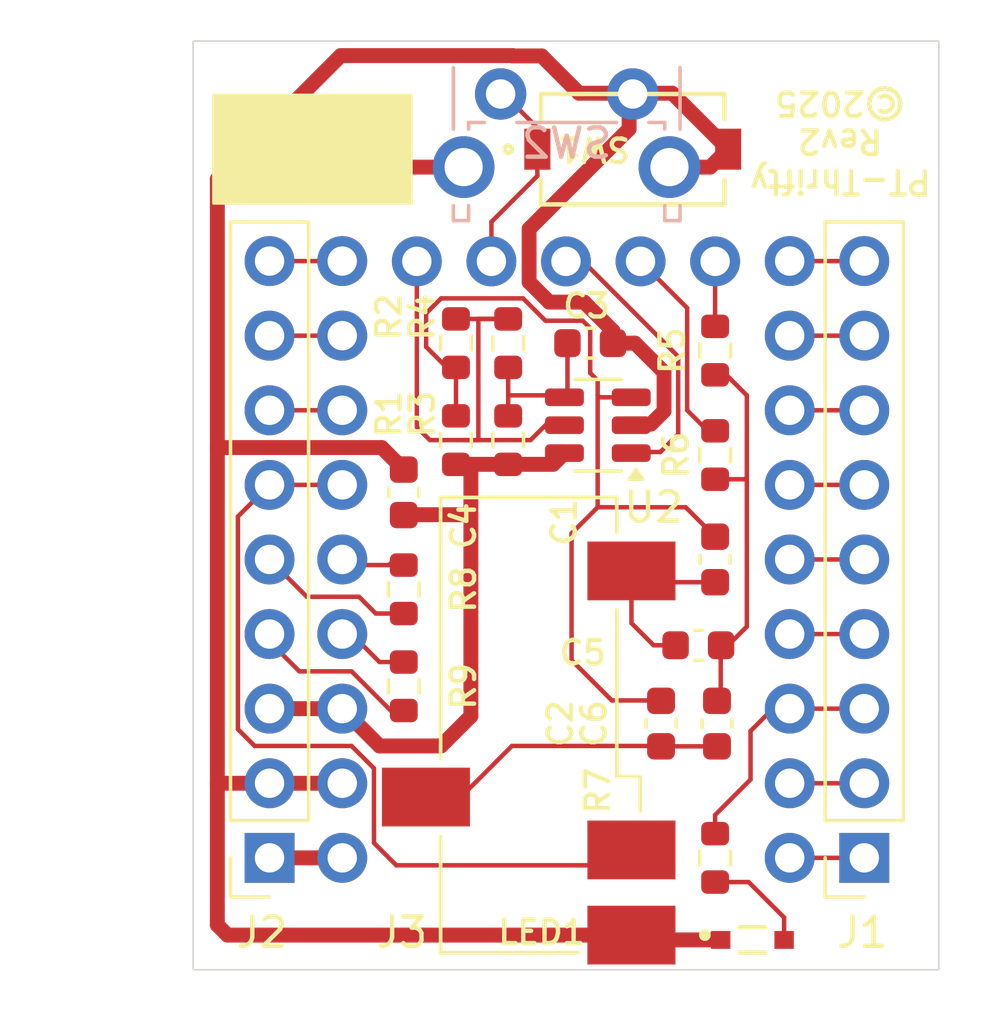
<source format=kicad_pcb>
(kicad_pcb (version 20240108) (generator "pcbnew") (generator_version "8.0")
  (layers (0 "F.Cu" signal) (31 "B.Cu" signal) (34 "B.Paste" user) (35 "F.Paste" user) (36 "B.SilkS" user "B.Silkscreen") (37 "F.SilkS" user "F.Silkscreen") (38 "B.Mask" user) (39 "F.Mask" user) (44 "Edge.Cuts" user))
  (net 0 "")
  (net 1 "GND")
  (net 2 "Net-(J1-Pin_9)")
  (net 3 "Net-(J1-Pin_8)")
  (net 4 "Net-(J1-Pin_6)")
  (net 5 "Net-(J1-Pin_5)")
  (net 6 "Net-(J1-Pin_2)")
  (net 7 "Net-(J1-Pin_4)")
  (net 8 "Net-(J1-Pin_7)")
  (net 9 "+3.3V")
  (net 10 "/VBUS")
  (net 11 "Net-(LED1-Pad2)")
  (net 12 "/IN")
  (net 13 "/VREF")
  (net 14 "/AMP_CS")
  (net 15 "/LTC_TX")
  (net 16 "/nLTC_TX")
  (net 17 "/LTX_RX")
  (net 18 "/DETECT")
  (net 19 "/BLINK")
  (net 20 "Net-(J1-Pin_1)")
  (net 21 "/KEYA")
  (net 22 "Net-(U1-GPIO28)")
  (net 23 "/IN_OUT_L")
  (net 24 "/IN_OUT_R")
  (net 25 "Net-(J2-Pin_5)")
  (net 26 "Net-(C5-Pad2)")
  (net 27 "Net-(J2-Pin_8)")
  (net 28 "Net-(J2-Pin_7)")
  (net 29 "Net-(J2-Pin_4)")
  (net 30 "Net-(U1-GPIO29)")
  (net 31 "Net-(J2-Pin_9)")
  (footprint "Connector_PinSocket_2.54mm:PinSocket_1x09_P2.54mm_Vertical" (layer "F.Cu") (at 150.0505 96.52 180)
    (property "Reference" "J1" (at 0.0635 -2.54 0) (layer "F.SilkS"))
    (property "Value" "Conn_01x09")
    (fp_line (start 1.33 1.27) (end 1.33 21.65) (stroke (width 0.12)) (layer "F.SilkS"))
    (fp_line (start 1.33 -1.33) (end 1.33 0) (stroke (width 0.12)) (layer "F.SilkS"))
    (fp_line (start 0 -1.33) (end 1.33 -1.33) (stroke (width 0.12)) (layer "F.SilkS"))
    (fp_line (start -1.33 21.65) (end 1.33 21.65) (stroke (width 0.12)) (layer "F.SilkS"))
    (fp_line (start -1.33 1.27) (end 1.33 1.27) (stroke (width 0.12)) (layer "F.SilkS"))
    (fp_line (start -1.33 1.27) (end -1.33 21.65) (stroke (width 0.12)) (layer "F.SilkS"))
    (pad "1" thru_hole rect (at 0 0 180) (size 1.7 1.7) (drill 1) (layers "*.Cu" "*.Mask") (net 20 "Net-(J1-Pin_1)"))
    (pad "2" thru_hole oval (at 0 2.54 180) (size 1.7 1.7) (drill 1) (layers "*.Cu" "*.Mask") (net 6 "Net-(J1-Pin_2)"))
    (pad "3" thru_hole oval (at 0 5.08 180) (size 1.7 1.7) (drill 1) (layers "*.Cu" "*.Mask") (net 19 "/BLINK"))
    (pad "4" thru_hole oval (at 0 7.62 180) (size 1.7 1.7) (drill 1) (layers "*.Cu" "*.Mask") (net 7 "Net-(J1-Pin_4)"))
    (pad "5" thru_hole oval (at 0 10.16 180) (size 1.7 1.7) (drill 1) (layers "*.Cu" "*.Mask") (net 5 "Net-(J1-Pin_5)"))
    (pad "6" thru_hole oval (at 0 12.7 180) (size 1.7 1.7) (drill 1) (layers "*.Cu" "*.Mask") (net 4 "Net-(J1-Pin_6)"))
    (pad "7" thru_hole oval (at 0 15.24 180) (size 1.7 1.7) (drill 1) (layers "*.Cu" "*.Mask") (net 8 "Net-(J1-Pin_7)"))
    (pad "8" thru_hole oval (at 0 17.78 180) (size 1.7 1.7) (drill 1) (layers "*.Cu" "*.Mask") (net 3 "Net-(J1-Pin_8)"))
    (pad "9" thru_hole oval (at 0 20.32 180) (size 1.7 1.7) (drill 1) (layers "*.Cu" "*.Mask") (net 2 "Net-(J1-Pin_9)"))
  )
  (footprint "Capacitor_SMD:C_0603_1608Metric" (layer "F.Cu") (at 145.034 91.948 90)
    (property "Reference" "C6" (at 0 -4.191 90) (layer "F.SilkS") (effects (font (size 0.8 0.8) (thickness 0.15) (bold yes))))
    (property "Value" "100nF")
    (fp_line (start -0.14058 -0.51) (end 0.14058 -0.51) (stroke (width 0.12)) (layer "F.SilkS"))
    (fp_line (start -0.14058 0.51) (end 0.14058 0.51) (stroke (width 0.12)) (layer "F.SilkS"))
    (pad "1" smd roundrect (at -0.775 0 90) (size 0.9 0.95) (layers "F.Cu" "F.Paste" "F.Mask") (net 24 "/IN_OUT_R"))
    (pad "2" smd roundrect (at 0.775 0 90) (size 0.9 0.95) (layers "F.Cu" "F.Paste" "F.Mask") (net 26 "Net-(C5-Pad2)"))
  )
  (footprint "Resistor_SMD:R_0603_1608Metric" (layer "F.Cu") (at 134.366 87.376 -90)
    (property "Reference" "R8" (at 0 -2.032 90) (layer "F.SilkS") (effects (font (size 0.8 0.8) (thickness 0.15) (bold yes))))
    (property "Value" "22R")
    (fp_line (start -0.237258 0.5225) (end 0.237258 0.5225) (stroke (width 0.12)) (layer "F.SilkS"))
    (fp_line (start -0.237258 -0.5225) (end 0.237258 -0.5225) (stroke (width 0.12)) (layer "F.SilkS"))
    (pad "1" smd roundrect (at -0.825 0 270) (size 0.8 0.95) (layers "F.Cu" "F.Paste" "F.Mask") (net 22 "Net-(U1-GPIO28)"))
    (pad "2" smd roundrect (at 0.825 0 270) (size 0.8 0.95) (layers "F.Cu" "F.Paste" "F.Mask") (net 25 "Net-(J2-Pin_5)"))
  )
  (footprint "Capacitor_SMD:C_0603_1608Metric" (layer "F.Cu") (at 134.366 84.074 90)
    (property "Reference" "C4" (at -1.143 2.032 90) (layer "F.SilkS") (effects (font (size 0.8 0.8) (thickness 0.15) (bold yes))))
    (property "Value" "100nF")
    (fp_line (start -0.14058 -0.51) (end 0.14058 -0.51) (stroke (width 0.12)) (layer "F.SilkS"))
    (fp_line (start -0.14058 0.51) (end 0.14058 0.51) (stroke (width 0.12)) (layer "F.SilkS"))
    (pad "1" smd roundrect (at -0.775 0 90) (size 0.9 0.95) (layers "F.Cu" "F.Paste" "F.Mask") (net 9 "+3.3V"))
    (pad "2" smd roundrect (at 0.775 0 90) (size 0.9 0.95) (layers "F.Cu" "F.Paste" "F.Mask") (net 1 "GND"))
  )
  (footprint "Resistor_SMD:R_0603_1608Metric" (layer "F.Cu") (at 136.144 82.296 90)
    (property "Reference" "R1" (at 0.889 -2.286 90) (layer "F.SilkS") (effects (font (size 0.8 0.8) (thickness 0.15) (bold yes))))
    (property "Value" "10K")
    (fp_line (start -0.237258 -0.5225) (end 0.237258 -0.5225) (stroke (width 0.12)) (layer "F.SilkS"))
    (fp_line (start -0.237258 0.5225) (end 0.237258 0.5225) (stroke (width 0.12)) (layer "F.SilkS"))
    (pad "1" smd roundrect (at -0.825 0 90) (size 0.8 0.95) (layers "F.Cu" "F.Paste" "F.Mask") (net 9 "+3.3V"))
    (pad "2" smd roundrect (at 0.825 0 90) (size 0.8 0.95) (layers "F.Cu" "F.Paste" "F.Mask") (net 12 "/IN"))
  )
  (footprint "Connector_PinSocket_2.54mm:PinSocket_1x09_P2.54mm_Vertical" (layer "F.Cu") (at 129.794 96.52 180)
    (property "Reference" "J2" (at 0.254 -2.54 0) (layer "F.SilkS"))
    (property "Value" "Conn_01x09")
    (fp_line (start 1.33 1.27) (end 1.33 21.65) (stroke (width 0.12)) (layer "F.SilkS"))
    (fp_line (start 1.33 -1.33) (end 1.33 0) (stroke (width 0.12)) (layer "F.SilkS"))
    (fp_line (start 0 -1.33) (end 1.33 -1.33) (stroke (width 0.12)) (layer "F.SilkS"))
    (fp_line (start -1.33 21.65) (end 1.33 21.65) (stroke (width 0.12)) (layer "F.SilkS"))
    (fp_line (start -1.33 1.27) (end 1.33 1.27) (stroke (width 0.12)) (layer "F.SilkS"))
    (fp_line (start -1.33 1.27) (end -1.33 21.65) (stroke (width 0.12)) (layer "F.SilkS"))
    (pad "1" thru_hole rect (at 0 0 180) (size 1.7 1.7) (drill 1) (layers "*.Cu" "*.Mask") (net 10 "/VBUS"))
    (pad "2" thru_hole oval (at 0 2.54 180) (size 1.7 1.7) (drill 1) (layers "*.Cu" "*.Mask") (net 1 "GND"))
    (pad "3" thru_hole oval (at 0 5.08 180) (size 1.7 1.7) (drill 1) (layers "*.Cu" "*.Mask") (net 9 "+3.3V"))
    (pad "4" thru_hole oval (at 0 7.62 180) (size 1.7 1.7) (drill 1) (layers "*.Cu" "*.Mask") (net 29 "Net-(J2-Pin_4)"))
    (pad "5" thru_hole oval (at 0 10.16 180) (size 1.7 1.7) (drill 1) (layers "*.Cu" "*.Mask") (net 25 "Net-(J2-Pin_5)"))
    (pad "6" thru_hole oval (at 0 12.7 180) (size 1.7 1.7) (drill 1) (layers "*.Cu" "*.Mask") (net 18 "/DETECT"))
    (pad "7" thru_hole oval (at 0 15.24 180) (size 1.7 1.7) (drill 1) (layers "*.Cu" "*.Mask") (net 28 "Net-(J2-Pin_7)"))
    (pad "8" thru_hole oval (at 0 17.78 180) (size 1.7 1.7) (drill 1) (layers "*.Cu" "*.Mask") (net 27 "Net-(J2-Pin_8)"))
    (pad "9" thru_hole oval (at 0 20.32 180) (size 1.7 1.7) (drill 1) (layers "*.Cu" "*.Mask") (net 31 "Net-(J2-Pin_9)"))
  )
  (footprint "Capacitor_SMD:C_0603_1608Metric" (layer "F.Cu") (at 144.399 89.281)
    (property "Reference" "C5" (at -3.937 0.254 0) (layer "F.SilkS") (effects (font (size 0.8 0.8) (thickness 0.15) (bold yes))))
    (property "Value" "100nF")
    (fp_line (start -0.14058 -0.51) (end 0.14058 -0.51) (stroke (width 0.12)) (layer "F.SilkS"))
    (fp_line (start -0.14058 0.51) (end 0.14058 0.51) (stroke (width 0.12)) (layer "F.SilkS"))
    (pad "1" smd roundrect (at -0.775 0) (size 0.9 0.95) (layers "F.Cu" "F.Paste" "F.Mask") (net 23 "/IN_OUT_L"))
    (pad "2" smd roundrect (at 0.775 0) (size 0.9 0.95) (layers "F.Cu" "F.Paste" "F.Mask") (net 26 "Net-(C5-Pad2)"))
  )
  (footprint "Capacitor_SMD:C_0603_1608Metric" (layer "F.Cu") (at 144.9705 86.36 90)
    (property "Reference" "C1" (at 1.27 -5.1435 -90) (layer "F.SilkS") (effects (font (size 0.8 0.8) (thickness 0.15) (bold yes))))
    (property "Value" "100nF")
    (fp_line (start -0.14058 -0.51) (end 0.14058 -0.51) (stroke (width 0.12)) (layer "F.SilkS"))
    (fp_line (start -0.14058 0.51) (end 0.14058 0.51) (stroke (width 0.12)) (layer "F.SilkS"))
    (pad "1" smd roundrect (at -0.775 0 90) (size 0.9 0.95) (layers "F.Cu" "F.Paste" "F.Mask") (net 23 "/IN_OUT_L"))
    (pad "2" smd roundrect (at 0.775 0 90) (size 0.9 0.95) (layers "F.Cu" "F.Paste" "F.Mask") (net 12 "/IN"))
  )
  (footprint "PicoTimecode_PCB_Rev2:CUI_SJ-43514-SMT-TR" (layer "F.Cu") (at 142.1205 99.15 90)
    (property "Reference" "J3" (at 0.09 -7.818 180) (layer "F.SilkS"))
    (property "Value" "SJ-43514-SMT-TR")
    (fp_line (start 14.9 -6.5) (end 6.02 -6.5) (stroke (width 0.127)) (layer "F.SilkS"))
    (fp_line (start 3.35 -6.5) (end -0.6 -6.5) (stroke (width 0.127)) (layer "F.SilkS"))
    (fp_line (start -0.6 -6.5) (end -0.6 -1.82) (stroke (width 0.127)) (layer "F.SilkS"))
    (fp_line (start 14.9 -0.5) (end 14.9 -6.5) (stroke (width 0.127)) (layer "F.SilkS"))
    (fp_line (start 13.72 -0.5) (end 14.9 -0.5) (stroke (width 0.127)) (layer "F.SilkS"))
    (fp_line (start 5.4 -0.5) (end 11.08 -0.5) (stroke (width 0.127)) (layer "F.SilkS"))
    (fp_line (start 5.4 0.3) (end 5.4 -0.5) (stroke (width 0.127)) (layer "F.SilkS"))
    (fp_line (start 4.22 0.3) (end 5.4 0.3) (stroke (width 0.127)) (layer "F.SilkS"))
    (fp_circle (center 0 2.5) (end 0.1 2.5) (stroke (width 0.2)) (fill none) (layer "F.SilkS"))
    (pad "" np_thru_hole circle (at 3.9 -3.5 90) (size 1.9 1.9) (drill 1.9) (layers "*.Cu" "*.Mask"))
    (pad "" np_thru_hole circle (at 10.9 -3.5 90) (size 1.9 1.9) (drill 1.9) (layers "*.Cu" "*.Mask"))
    (pad "1" smd rect (at 0 0 90) (size 2 3) (layers "F.Cu" "F.Paste" "F.Mask") (net 1 "GND"))
    (pad "2" smd rect (at 12.4 0 90) (size 2 3) (layers "F.Cu" "F.Paste" "F.Mask") (net 23 "/IN_OUT_L"))
    (pad "3" smd rect (at 4.7 -7 90) (size 2 3) (layers "F.Cu" "F.Paste" "F.Mask") (net 24 "/IN_OUT_R"))
    (pad "4" smd rect (at 2.9 0 90) (size 2 3) (layers "F.Cu" "F.Paste" "F.Mask") (net 18 "/DETECT"))
  )
  (footprint "footprints:LED_LTST-S220GKT_LTO" (layer "F.Cu") (at 146.2405 99.314)
    (property "Reference" "LED1" (at -7.1755 -0.254 0) (layer "F.SilkS") (effects (font (size 0.8 0.8) (thickness 0.15) (bold yes))))
    (property "Value" "LTST-S220GKT")
    (fp_line (start -0.44175 0.4318) (end 0.44175 0.4318) (stroke (width 0.1524)) (layer "F.SilkS"))
    (fp_line (start 0.44175 -0.4318) (end -0.44175 -0.4318) (stroke (width 0.1524)) (layer "F.SilkS"))
    (pad "1" smd rect (at -1.0795 0) (size 0.6604 0.6096) (layers "F.Cu" "F.Paste" "F.Mask") (net 1 "GND"))
    (pad "2" smd rect (at 1.0795 0) (size 0.6604 0.6096) (layers "F.Cu" "F.Paste" "F.Mask") (net 11 "Net-(LED1-Pad2)"))
  )
  (footprint "Capacitor_SMD:C_0603_1608Metric" (layer "F.Cu") (at 143.129 91.948 90)
    (property "Reference" "C2" (at 0 -3.429 90) (layer "F.SilkS") (effects (font (size 0.8 0.8) (thickness 0.15) (bold yes))))
    (property "Value" "100nF")
    (fp_line (start -0.14058 -0.51) (end 0.14058 -0.51) (stroke (width 0.12)) (layer "F.SilkS"))
    (fp_line (start -0.14058 0.51) (end 0.14058 0.51) (stroke (width 0.12)) (layer "F.SilkS"))
    (pad "1" smd roundrect (at -0.775 0 90) (size 0.9 0.95) (layers "F.Cu" "F.Paste" "F.Mask") (net 24 "/IN_OUT_R"))
    (pad "2" smd roundrect (at 0.775 0 90) (size 0.9 0.95) (layers "F.Cu" "F.Paste" "F.Mask") (net 12 "/IN"))
  )
  (footprint "Resistor_SMD:R_0603_1608Metric" (layer "F.Cu") (at 137.922 82.296 90)
    (property "Reference" "R3" (at 0.889 -2.921 90) (layer "F.SilkS") (effects (font (size 0.8 0.8) (thickness 0.15) (bold yes))))
    (property "Value" "10K")
    (fp_line (start -0.237258 -0.5225) (end 0.237258 -0.5225) (stroke (width 0.12)) (layer "F.SilkS"))
    (fp_line (start -0.237258 0.5225) (end 0.237258 0.5225) (stroke (width 0.12)) (layer "F.SilkS"))
    (pad "1" smd roundrect (at -0.825 0 90) (size 0.8 0.95) (layers "F.Cu" "F.Paste" "F.Mask") (net 9 "+3.3V"))
    (pad "2" smd roundrect (at 0.825 0 90) (size 0.8 0.95) (layers "F.Cu" "F.Paste" "F.Mask") (net 13 "/VREF"))
  )
  (footprint "Resistor_SMD:R_0603_1608Metric" (layer "F.Cu") (at 144.9705 82.804 -90)
    (property "Reference" "R6" (at 0 1.3335 -90) (layer "F.SilkS") (effects (font (size 0.8 0.8) (thickness 0.15) (bold yes))))
    (property "Value" "2.00K-1%")
    (fp_line (start -0.237258 0.5225) (end 0.237258 0.5225) (stroke (width 0.12)) (layer "F.SilkS"))
    (fp_line (start -0.237258 -0.5225) (end 0.237258 -0.5225) (stroke (width 0.12)) (layer "F.SilkS"))
    (pad "1" smd roundrect (at -0.825 0 270) (size 0.8 0.95) (layers "F.Cu" "F.Paste" "F.Mask") (net 16 "/nLTC_TX"))
    (pad "2" smd roundrect (at 0.825 0 270) (size 0.8 0.95) (layers "F.Cu" "F.Paste" "F.Mask") (net 26 "Net-(C5-Pad2)"))
  )
  (footprint "Resistor_SMD:R_0603_1608Metric" (layer "F.Cu") (at 144.9705 96.52 -90)
    (property "Reference" "R7" (at -2.286 4.0005 90) (layer "F.SilkS") (effects (font (size 0.8 0.8) (thickness 0.15) (bold yes))))
    (property "Value" "330R")
    (fp_line (start -0.237258 0.5225) (end 0.237258 0.5225) (stroke (width 0.12)) (layer "F.SilkS"))
    (fp_line (start -0.237258 -0.5225) (end 0.237258 -0.5225) (stroke (width 0.12)) (layer "F.SilkS"))
    (pad "1" smd roundrect (at -0.825 0 270) (size 0.8 0.95) (layers "F.Cu" "F.Paste" "F.Mask") (net 19 "/BLINK"))
    (pad "2" smd roundrect (at 0.825 0 270) (size 0.8 0.95) (layers "F.Cu" "F.Paste" "F.Mask") (net 11 "Net-(LED1-Pad2)"))
  )
  (footprint "Resistor_SMD:R_0603_1608Metric" (layer "F.Cu") (at 144.9705 79.248 -90)
    (property "Reference" "R5" (at 0 1.4605 90) (layer "F.SilkS") (effects (font (size 0.8 0.8) (thickness 0.15) (bold yes))))
    (property "Value" "2.10K-1%")
    (fp_line (start -0.237258 0.5225) (end 0.237258 0.5225) (stroke (width 0.12)) (layer "F.SilkS"))
    (fp_line (start -0.237258 -0.5225) (end 0.237258 -0.5225) (stroke (width 0.12)) (layer "F.SilkS"))
    (pad "1" smd roundrect (at -0.825 0 270) (size 0.8 0.95) (layers "F.Cu" "F.Paste" "F.Mask") (net 15 "/LTC_TX"))
    (pad "2" smd roundrect (at 0.825 0 270) (size 0.8 0.95) (layers "F.Cu" "F.Paste" "F.Mask") (net 26 "Net-(C5-Pad2)"))
  )
  (footprint "Capacitor_SMD:C_0603_1608Metric" (layer "F.Cu") (at 140.716 78.994)
    (property "Reference" "C3" (at -0.127 -1.27 180) (layer "F.SilkS") (effects (font (size 0.8 0.8) (thickness 0.15) (bold yes))))
    (property "Value" "100nF")
    (fp_line (start -0.14058 -0.51) (end 0.14058 -0.51) (stroke (width 0.12)) (layer "F.SilkS"))
    (fp_line (start -0.14058 0.51) (end 0.14058 0.51) (stroke (width 0.12)) (layer "F.SilkS"))
    (pad "1" smd roundrect (at -0.775 0) (size 0.9 0.95) (layers "F.Cu" "F.Paste" "F.Mask") (net 13 "/VREF"))
    (pad "2" smd roundrect (at 0.775 0) (size 0.9 0.95) (layers "F.Cu" "F.Paste" "F.Mask") (net 1 "GND"))
  )
  (footprint "PicoTimecode_PCB_Rev2:SW_PTS636_CNK" (layer "F.Cu") (at 142.164999 72.39)
    (property "Reference" "SW1" (at -1.321999 0 180) (layer "F.SilkS") (effects (font (size 0.8 0.8))))
    (property "Value" "PTS636 SM50J SMTR LFS")
    (fp_line (start -3.1242 -1.8796) (end -3.1242 -1.03124) (stroke (width 0.1524)) (layer "F.SilkS"))
    (fp_line (start -3.1242 1.03124) (end -3.1242 1.8796) (stroke (width 0.1524)) (layer "F.SilkS"))
    (fp_line (start -3.1242 1.8796) (end 3.1242 1.8796) (stroke (width 0.1524)) (layer "F.SilkS"))
    (fp_line (start 3.1242 -1.8796) (end -3.1242 -1.8796) (stroke (width 0.1524)) (layer "F.SilkS"))
    (fp_line (start 3.1242 -1.03124) (end 3.1242 -1.8796) (stroke (width 0.1524)) (layer "F.SilkS"))
    (fp_line (start 3.1242 1.8796) (end 3.1242 1.03124) (stroke (width 0.1524)) (layer "F.SilkS"))
    (fp_circle (center -4.2406 0) (end -4.1136 0) (stroke (width 0.1524)) (fill none) (layer "F.SilkS"))
    (pad "1" smd rect (at -3.250001 0) (size 0.889 1.397) (layers "F.Cu" "F.Paste" "F.Mask") (net 21 "/KEYA"))
    (pad "2" smd rect (at 3.250001 0) (size 0.889 1.397) (layers "F.Cu" "F.Paste" "F.Mask") (net 1 "GND"))
  )
  (footprint "Resistor_SMD:R_0603_1608Metric" (layer "F.Cu") (at 136.144 78.994 90)
    (property "Reference" "R2" (at 0.889 -2.286 90) (layer "F.SilkS") (effects (font (size 0.8 0.8) (thickness 0.15) (bold yes))))
    (property "Value" "10K")
    (fp_line (start -0.237258 -0.5225) (end 0.237258 -0.5225) (stroke (width 0.12)) (layer "F.SilkS"))
    (fp_line (start -0.237258 0.5225) (end 0.237258 0.5225) (stroke (width 0.12)) (layer "F.SilkS"))
    (pad "1" smd roundrect (at -0.825 0 90) (size 0.8 0.95) (layers "F.Cu" "F.Paste" "F.Mask") (net 12 "/IN"))
    (pad "2" smd roundrect (at 0.825 0 90) (size 0.8 0.95) (layers "F.Cu" "F.Paste" "F.Mask") (net 14 "/AMP_CS"))
  )
  (footprint "Resistor_SMD:R_0603_1608Metric" (layer "F.Cu") (at 134.366 90.678 -90)
    (property "Reference" "R9" (at 0 -2.032 90) (layer "F.SilkS") (effects (font (size 0.8 0.8) (thickness 0.15) (bold yes))))
    (property "Value" "22R")
    (fp_line (start -0.237258 0.5225) (end 0.237258 0.5225) (stroke (width 0.12)) (layer "F.SilkS"))
    (fp_line (start -0.237258 -0.5225) (end 0.237258 -0.5225) (stroke (width 0.12)) (layer "F.SilkS"))
    (pad "1" smd roundrect (at -0.825 0 270) (size 0.8 0.95) (layers "F.Cu" "F.Paste" "F.Mask") (net 30 "Net-(U1-GPIO29)"))
    (pad "2" smd roundrect (at 0.825 0 270) (size 0.8 0.95) (layers "F.Cu" "F.Paste" "F.Mask") (net 29 "Net-(J2-Pin_4)"))
  )
  (footprint "Resistor_SMD:R_0603_1608Metric" (layer "F.Cu") (at 137.922 78.994 90)
    (property "Reference" "R4" (at 0.889 -2.921 90) (layer "F.SilkS") (effects (font (size 0.8 0.8) (thickness 0.15) (bold yes))))
    (property "Value" "10K")
    (fp_line (start -0.237258 -0.5225) (end 0.237258 -0.5225) (stroke (width 0.12)) (layer "F.SilkS"))
    (fp_line (start -0.237258 0.5225) (end 0.237258 0.5225) (stroke (width 0.12)) (layer "F.SilkS"))
    (pad "1" smd roundrect (at -0.825 0 90) (size 0.8 0.95) (layers "F.Cu" "F.Paste" "F.Mask") (net 13 "/VREF"))
    (pad "2" smd roundrect (at 0.825 0 90) (size 0.8 0.95) (layers "F.Cu" "F.Paste" "F.Mask") (net 14 "/AMP_CS"))
  )
  (footprint "Package_TO_SOT_SMD:SOT-23-6" (layer "F.Cu") (at 140.9755 81.788 180)
    (property "Reference" "U2" (at -1.8995 -2.794 0) (layer "F.SilkS"))
    (property "Value" "MCP6273T-E/CH")
    (fp_line (start 0 1.56) (end 0.8 1.56) (stroke (width 0.12)) (layer "F.SilkS"))
    (fp_line (start 0 1.56) (end -0.8 1.56) (stroke (width 0.12)) (layer "F.SilkS"))
    (fp_line (start 0 -1.56) (end 0.8 -1.56) (stroke (width 0.12)) (layer "F.SilkS"))
    (fp_line (start 0 -1.56) (end -0.8 -1.56) (stroke (width 0.12)) (layer "F.SilkS"))
    (fp_poly (pts (xy -1.3 -1.51) (xy -1.54 -1.84) (xy -1.06 -1.84) (xy -1.3 -1.51)) (stroke (width 0.12)) (fill solid) (layer "F.SilkS"))
    (pad "1" smd roundrect (at -1.1375 -0.95 180) (size 1.325 0.6) (layers "F.Cu" "F.Paste" "F.Mask") (net 17 "/LTX_RX"))
    (pad "2" smd roundrect (at -1.1375 0 180) (size 1.325 0.6) (layers "F.Cu" "F.Paste" "F.Mask") (net 1 "GND"))
    (pad "3" smd roundrect (at -1.1375 0.95 180) (size 1.325 0.6) (layers "F.Cu" "F.Paste" "F.Mask") (net 12 "/IN"))
    (pad "4" smd roundrect (at 1.1375 0.95 180) (size 1.325 0.6) (layers "F.Cu" "F.Paste" "F.Mask") (net 13 "/VREF"))
    (pad "5" smd roundrect (at 1.1375 0 180) (size 1.325 0.6) (layers "F.Cu" "F.Paste" "F.Mask") (net 14 "/AMP_CS"))
    (pad "6" smd roundrect (at 1.1375 -0.95 180) (size 1.325 0.6) (layers "F.Cu" "F.Paste" "F.Mask") (net 9 "+3.3V"))
  )
  (footprint "PicoTimecode_PCB_Rev2:RP2040-Tiny" (layer "B.Cu") (at 130.8905 98.11)
    (property "Reference" "U1" (hide yes))
    (property "Value" "~")
    (pad "1" thru_hole circle (at 16.62 -1.59) (size 1.7 1.7) (drill 1) (layers "*.Cu" "*.Mask") (net 20 "Net-(J1-Pin_1)"))
    (pad "2" thru_hole circle (at 16.62 -4.13) (size 1.7 1.7) (drill 1) (layers "*.Cu" "*.Mask") (net 6 "Net-(J1-Pin_2)"))
    (pad "3" thru_hole circle (at 16.62 -6.67) (size 1.7 1.7) (drill 1) (layers "*.Cu" "*.Mask") (net 19 "/BLINK"))
    (pad "4" thru_hole circle (at 16.62 -9.21) (size 1.7 1.7) (drill 1) (layers "*.Cu" "*.Mask") (net 7 "Net-(J1-Pin_4)"))
    (pad "5" thru_hole circle (at 16.62 -11.75) (size 1.7 1.7) (drill 1) (layers "*.Cu" "*.Mask") (net 5 "Net-(J1-Pin_5)"))
    (pad "6" thru_hole circle (at 16.62 -14.29) (size 1.7 1.7) (drill 1) (layers "*.Cu" "*.Mask") (net 4 "Net-(J1-Pin_6)"))
    (pad "7" thru_hole circle (at 16.62 -16.83) (size 1.7 1.7) (drill 1) (layers "*.Cu" "*.Mask") (net 8 "Net-(J1-Pin_7)"))
    (pad "8" thru_hole circle (at 16.62 -19.37) (size 1.7 1.7) (drill 1) (layers "*.Cu" "*.Mask") (net 3 "Net-(J1-Pin_8)"))
    (pad "9" thru_hole circle (at 16.62 -21.91) (size 1.7 1.7) (drill 1) (layers "*.Cu" "*.Mask") (net 2 "Net-(J1-Pin_9)"))
    (pad "10" thru_hole circle (at 1.38 -21.91) (size 1.7 1.7) (drill 1) (layers "*.Cu" "*.Mask") (net 31 "Net-(J2-Pin_9)"))
    (pad "11" thru_hole circle (at 1.38 -19.37) (size 1.7 1.7) (drill 1) (layers "*.Cu" "*.Mask") (net 27 "Net-(J2-Pin_8)"))
    (pad "12" thru_hole circle (at 1.38 -16.83) (size 1.7 1.7) (drill 1) (layers "*.Cu" "*.Mask") (net 28 "Net-(J2-Pin_7)"))
    (pad "13" thru_hole circle (at 1.38 -14.29) (size 1.7 1.7) (drill 1) (layers "*.Cu" "*.Mask") (net 18 "/DETECT"))
    (pad "14" thru_hole circle (at 1.38 -11.75) (size 1.7 1.7) (drill 1) (layers "*.Cu" "*.Mask") (net 22 "Net-(U1-GPIO28)"))
    (pad "15" thru_hole circle (at 1.38 -9.21) (size 1.7 1.7) (drill 1) (layers "*.Cu" "*.Mask") (net 30 "Net-(U1-GPIO29)"))
    (pad "16" thru_hole circle (at 1.38 -6.67) (size 1.7 1.7) (drill 1) (layers "*.Cu" "*.Mask") (net 9 "+3.3V"))
    (pad "17" thru_hole circle (at 1.38 -4.13) (size 1.7 1.7) (drill 1) (layers "*.Cu" "*.Mask") (net 1 "GND"))
    (pad "18" thru_hole circle (at 1.38 -1.59) (size 1.7 1.7) (drill 1) (layers "*.Cu" "*.Mask") (net 10 "/VBUS"))
    (pad "19" thru_hole circle (at 14.08 -21.9) (size 1.7 1.7) (drill 1) (layers "*.Cu" "*.Mask") (net 15 "/LTC_TX"))
    (pad "20" thru_hole circle (at 11.54 -21.9) (size 1.7 1.7) (drill 1) (layers "*.Cu" "*.Mask") (net 16 "/nLTC_TX"))
    (pad "21" thru_hole circle (at 9 -21.9) (size 1.7 1.7) (drill 1) (layers "*.Cu" "*.Mask") (net 17 "/LTX_RX"))
    (pad "22" thru_hole circle (at 6.46 -21.9) (size 1.7 1.7) (drill 1) (layers "*.Cu" "*.Mask") (net 21 "/KEYA"))
    (pad "23" thru_hole circle (at 3.92 -21.9) (size 1.7 1.7) (drill 1) (layers "*.Cu" "*.Mask") (net 14 "/AMP_CS"))
  )
  (footprint "Button_Switch_THT:SW_Tactile_SPST_Angled_PTS645Vx31-2LFS" (layer "B.Cu") (at 142.164999 70.5104 180)
    (property "Reference" "SW2" (at 2.25 -1.68 0) (layer "B.SilkS") (effects (justify mirror)))
    (property "Value" "SW_Push_Shielded")
    (fp_line (start 6.11 -1.2) (end 6.11 0.9) (stroke (width 0.12)) (layer "B.SilkS"))
    (fp_line (start 6.11 -4.31) (end 6.11 -3.8) (stroke (width 0.12)) (layer "B.SilkS"))
    (fp_line (start 6.11 -4.31) (end 5.59 -4.31) (stroke (width 0.12)) (layer "B.SilkS"))
    (fp_line (start 5.59 -0.97) (end 5.05 -0.97) (stroke (width 0.12)) (layer "B.SilkS"))
    (fp_line (start 5.59 -1.2) (end 5.59 -0.97) (stroke (width 0.12)) (layer "B.SilkS"))
    (fp_line (start 5.59 -4.31) (end 5.59 -3.8) (stroke (width 0.12)) (layer "B.SilkS"))
    (fp_line (start 3.95 -0.97) (end 0.55 -0.97) (stroke (width 0.12)) (layer "B.SilkS"))
    (fp_line (start -0.55 -0.97) (end -1.09 -0.97) (stroke (width 0.12)) (layer "B.SilkS"))
    (fp_line (start -1.09 -1.2) (end -1.09 -0.97) (stroke (width 0.12)) (layer "B.SilkS"))
    (fp_line (start -1.09 -4.31) (end -1.09 -3.8) (stroke (width 0.12)) (layer "B.SilkS"))
    (fp_line (start -1.09 -4.31) (end -1.61 -4.31) (stroke (width 0.12)) (layer "B.SilkS"))
    (fp_line (start -1.61 -1.2) (end -1.61 0.9) (stroke (width 0.12)) (layer "B.SilkS"))
    (fp_line (start -1.61 -4.31) (end -1.61 -3.8) (stroke (width 0.12)) (layer "B.SilkS"))
    (pad "1" thru_hole circle (at 0 0 180) (size 1.75 1.75) (drill 1) (layers "*.Cu" "*.Mask") (net 1 "GND"))
    (pad "2" thru_hole circle (at 4.5 0 180) (size 1.75 1.75) (drill 1) (layers "*.Cu" "*.Mask") (net 21 "/KEYA"))
    (pad "SH" thru_hole circle (at -1.25 -2.49 180) (size 2.1 2.1) (drill 1.3) (layers "*.Cu" "*.Mask") (net 1 "GND"))
    (pad "SH" thru_hole circle (at 5.76 -2.49 180) (size 2.1 2.1) (drill 1.3) (layers "*.Cu" "*.Mask") (net 1 "GND"))
  )
  (gr_rect (start 127.889 70.5485) (end 134.62 74.2315) (stroke (width 0.1)) (fill solid) (layer "F.SilkS"))
  (gr_rect (start 127.1905 68.707) (end 152.5905 100.33) (stroke (width 0.05)) (fill none) (layer "Edge.Cuts"))
  (gr_text "Rev2\n©2025" (at 149.225 70.358 180) (layer "F.SilkS") (effects (font (size 0.8 0.8) (thickness 0.15) (bold yes)) (justify bottom)))
  (gr_text "PT-Thrifty" (at 152.4 73.025 180) (layer "F.SilkS") (effects (font (size 0.8 0.8)) (justify left bottom)))
  (segment (start 129.7305 93.98) (end 128.016 93.98) (width 0.508) (layer "F.Cu") (net 1))
  (segment (start 143.2306 79.9846) (end 142.24 78.994) (width 0.508) (layer "F.Cu") (net 1))
  (segment (start 142.041 71.7) (end 142.041 70.485) (width 0.508) (layer "F.Cu") (net 1))
  (segment (start 138.6341 75.1069) (end 142.041 71.7) (width 0.508) (layer "F.Cu") (net 1))
  (segment (start 136.404999 73.0004) (end 128.4216 73.0004) (width 0.508) (layer "F.Cu") (net 1))
  (segment (start 128.016 73.406) (end 128.3335 73.0885) (width 0.508) (layer "F.Cu") (net 1))
  (segment (start 144.8046 73.0004) (end 145.415 72.39) (width 0.508) (layer "F.Cu") (net 1))
  (segment (start 128.36 99.15) (end 142.1205 99.15) (width 0.508) (layer "F.Cu") (net 1))
  (segment (start 144.907 99.314) (end 142.2845 99.314) (width 0.508) (layer "F.Cu") (net 1))
  (segment (start 139.319 77.597) (end 140.5095 77.597) (width 0.508) (layer "F.Cu") (net 1))
  (segment (start 143.51 70.485) (end 142.041 70.485) (width 0.508) (layer "F.Cu") (net 1))
  (segment (start 128.016 82.55) (end 133.617 82.55) (width 0.508) (layer "F.Cu") (net 1))
  (segment (start 138.6341 76.9121) (end 139.319 77.597) (width 0.508) (layer "F.Cu") (net 1))
  (segment (start 132.2705 93.98) (end 129.7305 93.98) (width 0.508) (layer "F.Cu") (net 1))
  (segment (start 141.491 78.5785) (end 141.491 78.994) (width 0.508) (layer "F.Cu") (net 1))
  (segment (start 140.5095 77.597) (end 141.491 78.5785) (width 0.508) (layer "F.Cu") (net 1))
  (segment (start 142.2845 99.314) (end 142.1205 99.15) (width 0.508) (layer "F.Cu") (net 1))
  (segment (start 128.016 93.98) (end 128.016 98.806) (width 0.508) (layer "F.Cu") (net 1))
  (segment (start 128.3335 73.0885) (end 132.2184 69.2036) (width 0.508) (layer "F.Cu") (net 1))
  (segment (start 142.24 78.994) (end 141.491 78.994) (width 0.508) (layer "F.Cu") (net 1))
  (segment (start 138.6341 75.1069) (end 138.6341 76.9121) (width 0.508) (layer "F.Cu") (net 1))
  (segment (start 138.071774 69.2036) (end 138.083174 69.215) (width 0.508) (layer "F.Cu") (net 1))
  (segment (start 128.016 93.98) (end 128.016 73.406) (width 0.508) (layer "F.Cu") (net 1))
  (segment (start 128.4216 73.0004) (end 128.3335 73.0885) (width 0.508) (layer "F.Cu") (net 1))
  (segment (start 128.016 98.806) (end 128.36 99.15) (width 0.508) (layer "F.Cu") (net 1))
  (segment (start 145.415 72.39) (end 143.51 70.485) (width 0.508) (layer "F.Cu") (net 1))
  (segment (start 132.2184 69.2036) (end 138.071774 69.2036) (width 0.508) (layer "F.Cu") (net 1))
  (segment (start 141.79 81.7513) (end 142.7847 81.7513) (width 0.508) (layer "F.Cu") (net 1))
  (segment (start 138.083174 69.215) (end 139.065 69.215) (width 0.508) (layer "F.Cu") (net 1))
  (segment (start 143.414999 73.0004) (end 144.8046 73.0004) (width 0.508) (layer "F.Cu") (net 1))
  (segment (start 143.2306 81.3054) (end 143.2306 79.9846) (width 0.508) (layer "F.Cu") (net 1))
  (segment (start 140.335 70.485) (end 142.24 70.485) (width 0.508) (layer "F.Cu") (net 1))
  (segment (start 133.617 82.55) (end 134.366 83.299) (width 0.508) (layer "F.Cu") (net 1))
  (segment (start 142.7847 81.7513) (end 143.2306 81.3054) (width 0.508) (layer "F.Cu") (net 1))
  (segment (start 139.065 69.215) (end 140.335 70.485) (width 0.508) (layer "F.Cu") (net 1))
  (segment (start 147.5105 76.2) (end 150.0505 76.2) (width 0.1524) (layer "F.Cu") (net 2))
  (segment (start 150.0505 78.74) (end 147.5105 78.74) (width 0.1524) (layer "F.Cu") (net 3))
  (segment (start 147.5105 83.82) (end 150.0505 83.82) (width 0.1524) (layer "F.Cu") (net 4))
  (segment (start 150.0505 86.36) (end 147.5105 86.36) (width 0.1524) (layer "F.Cu") (net 5))
  (segment (start 147.5105 93.98) (end 150.0505 93.98) (width 0.1524) (layer "F.Cu") (net 6))
  (segment (start 147.5105 88.9) (end 150.0505 88.9) (width 0.1524) (layer "F.Cu") (net 7))
  (segment (start 147.5105 81.28) (end 150.0505 81.28) (width 0.1524) (layer "F.Cu") (net 8))
  (segment (start 135.636 92.71) (end 133.5405 92.71) (width 0.508) (layer "F.Cu") (net 9))
  (segment (start 139.515 82.7013) (end 139.8013 82.7013) (width 0.508) (layer "F.Cu") (net 9))
  (segment (start 139.455 83.121) (end 136.144 83.121) (width 0.508) (layer "F.Cu") (net 9))
  (segment (start 134.366 84.849) (end 134.379 84.836) (width 0.508) (layer "F.Cu") (net 9))
  (segment (start 136.144 83.121) (end 136.652 83.121) (width 0.508) (layer "F.Cu") (net 9))
  (segment (start 136.652 83.121) (end 136.652 91.694) (width 0.508) (layer "F.Cu") (net 9))
  (segment (start 136.652 91.694) (end 135.636 92.71) (width 0.508) (layer "F.Cu") (net 9))
  (segment (start 133.5405 92.71) (end 132.2705 91.44) (width 0.508) (layer "F.Cu") (net 9))
  (segment (start 139.838 82.738) (end 139.455 83.121) (width 0.508) (layer "F.Cu") (net 9))
  (segment (start 129.7305 91.44) (end 130.81 91.44) (width 0.508) (layer "F.Cu") (net 9))
  (segment (start 130.81 91.44) (end 132.2705 91.44) (width 0.508) (layer "F.Cu") (net 9))
  (segment (start 134.379 84.836) (end 136.652 84.836) (width 0.508) (layer "F.Cu") (net 9))
  (segment (start 139.8013 82.7013) (end 139.838 82.738) (width 0.508) (layer "F.Cu") (net 9))
  (segment (start 132.2705 96.52) (end 129.7305 96.52) (width 0.508) (layer "F.Cu") (net 10))
  (segment (start 144.9705 97.345) (end 146.113 97.345) (width 0.1524) (layer "F.Cu") (net 11))
  (segment (start 146.113 97.345) (end 147.32 98.552) (width 0.1524) (layer "F.Cu") (net 11))
  (segment (start 147.32 98.552) (end 147.32 99.06) (width 0.1524) (layer "F.Cu") (net 11))
  (segment (start 138.43 77.47) (end 139.192 78.232) (width 0.1524) (layer "F.Cu") (net 12))
  (segment (start 140.081 85.471) (end 140.97 84.582) (width 0.1524) (layer "F.Cu") (net 12))
  (segment (start 140.97 80.264) (end 140.97 80.772) (width 0.1524) (layer "F.Cu") (net 12))
  (segment (start 140.081 89.789) (end 140.081 85.471) (width 0.1524) (layer "F.Cu") (net 12))
  (segment (start 136.144 79.819) (end 135.826 79.819) (width 0.1524) (layer "F.Cu") (net 12))
  (segment (start 140.97 84.582) (end 143.9675 84.582) (width 0.1524) (layer "F.Cu") (net 12))
  (segment (start 135.636 77.47) (end 138.43 77.47) (width 0.1524) (layer "F.Cu") (net 12))
  (segment (start 143.9675 84.582) (end 144.9705 85.585) (width 0.1524) (layer "F.Cu") (net 12))
  (segment (start 135.128 79.121) (end 135.128 77.978) (width 0.1524) (layer "F.Cu") (net 12))
  (segment (start 141.452 91.16) (end 140.081 89.789) (width 0.1524) (layer "F.Cu") (net 12))
  (segment (start 140.97 80.772) (end 140.97 84.582) (width 0.1524) (layer "F.Cu") (net 12))
  (segment (start 142.113 80.838) (end 141.036 80.838) (width 0.1524) (layer "F.Cu") (net 12))
  (segment (start 136.144 79.819) (end 136.144 81.471) (width 0.1524) (layer "F.Cu") (net 12))
  (segment (start 141.036 80.838) (end 140.97 80.772) (width 0.1524) (layer "F.Cu") (net 12))
  (segment (start 135.128 77.978) (end 135.636 77.47) (width 0.1524) (layer "F.Cu") (net 12))
  (segment (start 139.192 78.232) (end 140.462 78.232) (width 0.1524) (layer "F.Cu") (net 12))
  (segment (start 140.462 78.232) (end 140.716 78.486) (width 0.1524) (layer "F.Cu") (net 12))
  (segment (start 135.826 79.819) (end 135.128 79.121) (width 0.1524) (layer "F.Cu") (net 12))
  (segment (start 140.716 78.486) (end 140.716 80.01) (width 0.1524) (layer "F.Cu") (net 12))
  (segment (start 140.716 80.01) (end 140.97 80.264) (width 0.1524) (layer "F.Cu") (net 12))
  (segment (start 142.748 91.16) (end 141.452 91.16) (width 0.1524) (layer "F.Cu") (net 12))
  (segment (start 139.904 80.772) (end 137.922 80.772) (width 0.1524) (layer "F.Cu") (net 13))
  (segment (start 137.922 79.819) (end 137.922 81.471) (width 0.1524) (layer "F.Cu") (net 13))
  (segment (start 139.941 78.994) (end 139.941 80.735) (width 0.1524) (layer "F.Cu") (net 13))
  (segment (start 139.941 80.735) (end 139.904 80.772) (width 0.1524) (layer "F.Cu") (net 13))
  (segment (start 137.922 78.169) (end 136.652 78.169) (width 0.1524) (layer "F.Cu") (net 14))
  (segment (start 139.515 81.7513) (end 139.2287 81.7513) (width 0.1524) (layer "F.Cu") (net 14))
  (segment (start 136.906 82.296) (end 136.906 78.169) (width 0.1524) (layer "F.Cu") (net 14))
  (segment (start 138.684 82.296) (end 135.255 82.296) (width 0.1524) (layer "F.Cu") (net 14))
  (segment (start 135.255 82.296) (end 134.8105 81.8515) (width 0.1524) (layer "F.Cu") (net 14))
  (segment (start 134.8105 81.8515) (end 134.8105 76.21) (width 0.1524) (layer "F.Cu") (net 14))
  (segment (start 136.398 82.296) (end 136.906 82.296) (width 0.1524) (layer "F.Cu") (net 14))
  (segment (start 136.906 78.169) (end 137.922 78.169) (width 0.1524) (layer "F.Cu") (net 14))
  (segment (start 139.2287 81.7513) (end 138.684 82.296) (width 0.1524) (layer "F.Cu") (net 14))
  (segment (start 144.9705 78.423) (end 144.9705 76.21) (width 0.1524) (layer "F.Cu") (net 15))
  (segment (start 144.018 77.7975) (end 144.018 81.28) (width 0.1524) (layer "F.Cu") (net 16))
  (segment (start 144.717 81.979) (end 144.9705 81.979) (width 0.1524) (layer "F.Cu") (net 16))
  (segment (start 142.4305 76.21) (end 144.018 77.7975) (width 0.1524) (layer "F.Cu") (net 16))
  (segment (start 144.018 81.28) (end 144.717 81.979) (width 0.1524) (layer "F.Cu") (net 16))
  (segment (start 143.7132 82.0928) (end 143.1047 82.7013) (width 0.1524) (layer "F.Cu") (net 17))
  (segment (start 140.472 76.21) (end 143.7132 79.4512) (width 0.1524) (layer "F.Cu") (net 17))
  (segment (start 143.7132 79.4512) (end 143.7132 82.0928) (width 0.1524) (layer "F.Cu") (net 17))
  (segment (start 139.8905 76.21) (end 140.472 76.21) (width 0.1524) (layer "F.Cu") (net 17))
  (segment (start 143.1047 82.7013) (end 141.79 82.7013) (width 0.1524) (layer "F.Cu") (net 17))
  (segment (start 134.112 96.774) (end 133.35 96.012) (width 0.1524) (layer "F.Cu") (net 18))
  (segment (start 133.35 93.472) (end 132.588 92.71) (width 0.1524) (layer "F.Cu") (net 18))
  (segment (start 128.7154 92.1394) (end 128.7154 84.8986) (width 0.1524) (layer "F.Cu") (net 18))
  (segment (start 132.588 92.71) (end 129.286 92.71) (width 0.1524) (layer "F.Cu") (net 18))
  (segment (start 129.286 92.71) (end 128.7154 92.1394) (width 0.1524) (layer "F.Cu") (net 18))
  (segment (start 128.7154 84.8986) (end 129.794 83.82) (width 0.1524) (layer "F.Cu") (net 18))
  (segment (start 133.35 96.012) (end 133.35 93.472) (width 0.1524) (layer "F.Cu") (net 18))
  (segment (start 132.2705 83.82) (end 129.794 83.82) (width 0.1524) (layer "F.Cu") (net 18))
  (segment (start 142.1205 96.25) (end 141.5965 96.774) (width 0.1524) (layer "F.Cu") (net 18))
  (segment (start 141.5965 96.774) (end 134.112 96.774) (width 0.1524) (layer "F.Cu") (net 18))
  (segment (start 146.177 93.853) (end 144.9705 95.0595) (width 0.1524) (layer "F.Cu") (net 19))
  (segment (start 150.0505 91.44) (end 147.5105 91.44) (width 0.1524) (layer "F.Cu") (net 19))
  (segment (start 147.5105 91.44) (end 146.939 91.44) (width 0.1524) (layer "F.Cu") (net 19))
  (segment (start 144.9705 95.0595) (end 144.9705 95.695) (width 0.1524) (layer "F.Cu") (net 19))
  (segment (start 146.177 92.202) (end 146.177 93.853) (width 0.1524) (layer "F.Cu") (net 19))
  (segment (start 146.939 91.44) (end 146.177 92.202) (width 0.1524) (layer "F.Cu") (net 19))
  (segment (start 147.5105 96.52) (end 150.0505 96.52) (width 0.1524) (layer "F.Cu") (net 20))
  (segment (start 138.914998 72.39) (end 138.914998 73.302002) (width 0.1524) (layer "F.Cu") (net 21))
  (segment (start 138.914998 71.659998) (end 138.914998 72.39) (width 0.1524) (layer "F.Cu") (net 21))
  (segment (start 138.914998 73.302002) (end 137.3505 74.8665) (width 0.1524) (layer "F.Cu") (net 21))
  (segment (start 137.3505 74.8665) (end 137.3505 76.21) (width 0.1524) (layer "F.Cu") (net 21))
  (segment (start 137.74 70.485) (end 138.914998 71.659998) (width 0.1524) (layer "F.Cu") (net 21))
  (segment (start 132.4615 86.551) (end 133.858 86.551) (width 0.1524) (layer "F.Cu") (net 22))
  (segment (start 133.858 86.551) (end 134.112 86.297) (width 0.1524) (layer "F.Cu") (net 22))
  (segment (start 132.2705 86.36) (end 132.4615 86.551) (width 0.1524) (layer "F.Cu") (net 22))
  (segment (start 142.5055 87.135) (end 142.1205 86.75) (width 0.1524) (layer "F.Cu") (net 23))
  (segment (start 142.1205 88.5265) (end 142.1205 86.75) (width 0.1524) (layer "F.Cu") (net 23))
  (segment (start 143.624 89.281) (end 142.875 89.281) (width 0.1524) (layer "F.Cu") (net 23))
  (segment (start 142.875 89.281) (end 142.1205 88.5265) (width 0.1524) (layer "F.Cu") (net 23))
  (segment (start 144.9705 87.135) (end 142.5055 87.135) (width 0.1524) (layer "F.Cu") (net 23))
  (segment (start 138.049 92.71) (end 136.309 94.45) (width 0.1524) (layer "F.Cu") (net 24))
  (segment (start 143.129 92.723) (end 145.034 92.723) (width 0.1524) (layer "F.Cu") (net 24))
  (segment (start 142.748 92.71) (end 138.049 92.71) (width 0.1524) (layer "F.Cu") (net 24))
  (segment (start 136.309 94.45) (end 135.1205 94.45) (width 0.1524) (layer "F.Cu") (net 24))
  (segment (start 134.112 88.201) (end 133.413 88.201) (width 0.1524) (layer "F.Cu") (net 25))
  (segment (start 131.064 87.63) (end 129.794 86.36) (width 0.1524) (layer "F.Cu") (net 25))
  (segment (start 132.842 87.63) (end 131.064 87.63) (width 0.1524) (layer "F.Cu") (net 25))
  (segment (start 133.413 88.201) (end 132.842 87.63) (width 0.1524) (layer "F.Cu") (net 25))
  (segment (start 145.351 80.073) (end 146.05 80.772) (width 0.1524) (layer "F.Cu") (net 26))
  (segment (start 145.161 91.046) (end 145.021 91.186) (width 0.1524) (layer "F.Cu") (net 26))
  (segment (start 145.987 83.629) (end 146.05 83.566) (width 0.1524) (layer "F.Cu") (net 26))
  (segment (start 146.05 88.646) (end 145.161 89.535) (width 0.1524) (layer "F.Cu") (net 26))
  (segment (start 144.9705 80.073) (end 145.351 80.073) (width 0.1524) (layer "F.Cu") (net 26))
  (segment (start 145.161 89.535) (end 145.161 91.046) (width 0.1524) (layer "F.Cu") (net 26))
  (segment (start 146.05 80.772) (end 146.05 83.566) (width 0.1524) (layer "F.Cu") (net 26))
  (segment (start 144.9705 83.629) (end 145.987 83.629) (width 0.1524) (layer "F.Cu") (net 26))
  (segment (start 146.05 83.566) (end 146.05 88.646) (width 0.1524) (layer "F.Cu") (net 26))
  (segment (start 129.794 78.74) (end 132.2705 78.74) (width 0.1524) (layer "F.Cu") (net 27))
  (segment (start 132.2705 81.28) (end 129.794 81.28) (width 0.1524) (layer "F.Cu") (net 28))
  (segment (start 129.794 89.154) (end 129.794 88.9) (width 0.1524) (layer "F.Cu") (net 29))
  (segment (start 132.588 90.17) (end 130.81 90.17) (width 0.1524) (layer "F.Cu") (net 29))
  (segment (start 133.921 91.503) (end 132.588 90.17) (width 0.1524) (layer "F.Cu") (net 29))
  (segment (start 134.366 91.503) (end 133.921 91.503) (width 0.1524) (layer "F.Cu") (net 29))
  (segment (start 130.81 90.17) (end 129.794 89.154) (width 0.1524) (layer "F.Cu") (net 29))
  (segment (start 133.541 89.853) (end 134.366 89.853) (width 0.1524) (layer "F.Cu") (net 30))
  (segment (start 132.2705 88.9) (end 132.588 88.9) (width 0.1524) (layer "F.Cu") (net 30))
  (segment (start 132.588 88.9) (end 133.541 89.853) (width 0.1524) (layer "F.Cu") (net 30))
  (segment (start 129.794 76.2) (end 132.2705 76.2) (width 0.1524) (layer "F.Cu") (net 31))
)
</source>
